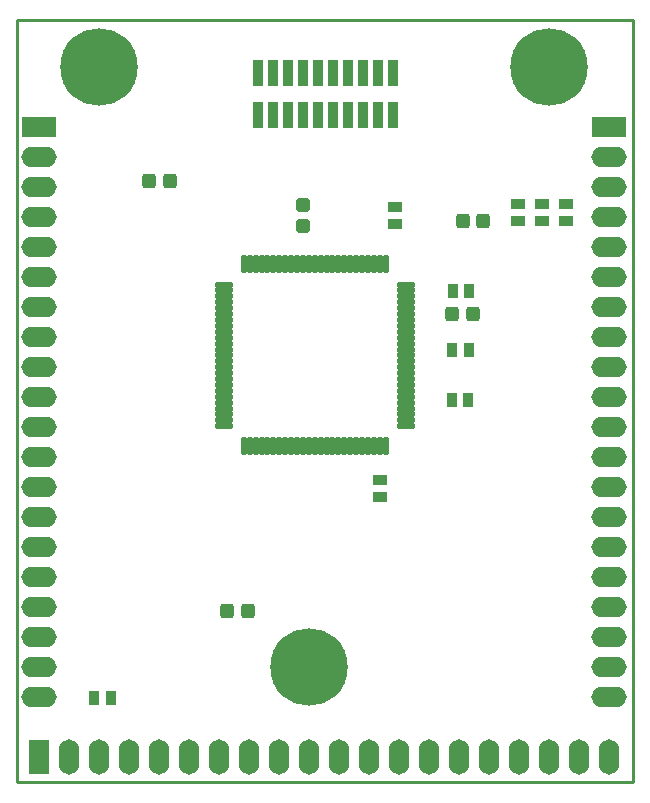
<source format=gts>
G04*
G04 #@! TF.GenerationSoftware,Altium Limited,Altium Designer,18.1.9 (240)*
G04*
G04 Layer_Color=8388736*
%FSLAX25Y25*%
%MOIN*%
G70*
G01*
G75*
%ADD15C,0.01000*%
%ADD23R,0.03753X0.04540*%
G04:AMPARAMS|DCode=24|XSize=47.37mil|YSize=43.43mil|CornerRadius=8.43mil|HoleSize=0mil|Usage=FLASHONLY|Rotation=270.000|XOffset=0mil|YOffset=0mil|HoleType=Round|Shape=RoundedRectangle|*
%AMROUNDEDRECTD24*
21,1,0.04737,0.02657,0,0,270.0*
21,1,0.03051,0.04343,0,0,270.0*
1,1,0.01686,-0.01329,-0.01526*
1,1,0.01686,-0.01329,0.01526*
1,1,0.01686,0.01329,0.01526*
1,1,0.01686,0.01329,-0.01526*
%
%ADD24ROUNDEDRECTD24*%
%ADD25O,0.01981X0.06312*%
%ADD26O,0.06312X0.01981*%
G04:AMPARAMS|DCode=27|XSize=47.37mil|YSize=43.43mil|CornerRadius=8.43mil|HoleSize=0mil|Usage=FLASHONLY|Rotation=0.000|XOffset=0mil|YOffset=0mil|HoleType=Round|Shape=RoundedRectangle|*
%AMROUNDEDRECTD27*
21,1,0.04737,0.02657,0,0,0.0*
21,1,0.03051,0.04343,0,0,0.0*
1,1,0.01686,0.01526,-0.01329*
1,1,0.01686,-0.01526,-0.01329*
1,1,0.01686,-0.01526,0.01329*
1,1,0.01686,0.01526,0.01329*
%
%ADD27ROUNDEDRECTD27*%
%ADD28R,0.04540X0.03753*%
%ADD29R,0.03792X0.08871*%
%ADD30C,0.25800*%
%ADD31O,0.11800X0.06800*%
%ADD32R,0.11800X0.06800*%
%ADD33O,0.06800X0.11800*%
%ADD34R,0.06800X0.11800*%
D15*
X320000Y146500D02*
X525500D01*
Y400500D01*
X320000D02*
X525500D01*
X320000Y146500D02*
Y400500D01*
D23*
X351256Y174500D02*
D03*
X345744D02*
D03*
X470500Y274000D02*
D03*
X464988D02*
D03*
X470756Y310248D02*
D03*
X465244D02*
D03*
X470653Y290500D02*
D03*
X465142D02*
D03*
D24*
X396847Y203500D02*
D03*
X390154D02*
D03*
X468653Y333500D02*
D03*
X475347D02*
D03*
X465154Y302500D02*
D03*
X471846D02*
D03*
X370847Y347000D02*
D03*
X364154D02*
D03*
D25*
X442870Y258500D02*
D03*
X440902D02*
D03*
X438933D02*
D03*
X436965D02*
D03*
X434996D02*
D03*
X433028D02*
D03*
X431059D02*
D03*
X429090D02*
D03*
X427122D02*
D03*
X425153D02*
D03*
X423185D02*
D03*
X421216D02*
D03*
X419248D02*
D03*
X417279D02*
D03*
X415311D02*
D03*
X413343D02*
D03*
X411374D02*
D03*
X409406D02*
D03*
X407437D02*
D03*
X405469D02*
D03*
X403500D02*
D03*
X401532D02*
D03*
X399563D02*
D03*
X397594D02*
D03*
X395626D02*
D03*
Y319130D02*
D03*
X397594D02*
D03*
X399563D02*
D03*
X401532D02*
D03*
X403500D02*
D03*
X405469D02*
D03*
X407437D02*
D03*
X409406D02*
D03*
X411374D02*
D03*
X413343D02*
D03*
X415311D02*
D03*
X417279D02*
D03*
X419248D02*
D03*
X421216D02*
D03*
X423185D02*
D03*
X425153D02*
D03*
X427122D02*
D03*
X429090D02*
D03*
X431059D02*
D03*
X433028D02*
D03*
X434996D02*
D03*
X436965D02*
D03*
X438933D02*
D03*
X440902D02*
D03*
X442870D02*
D03*
D26*
X388933Y265193D02*
D03*
Y267161D02*
D03*
Y269130D02*
D03*
Y271098D02*
D03*
Y273067D02*
D03*
Y275035D02*
D03*
Y277004D02*
D03*
Y278972D02*
D03*
Y280941D02*
D03*
Y282909D02*
D03*
Y284878D02*
D03*
Y286846D02*
D03*
Y288815D02*
D03*
Y290784D02*
D03*
Y292752D02*
D03*
Y294721D02*
D03*
Y296689D02*
D03*
Y298657D02*
D03*
Y300626D02*
D03*
Y302594D02*
D03*
Y304563D02*
D03*
Y306532D02*
D03*
Y308500D02*
D03*
Y310469D02*
D03*
Y312437D02*
D03*
X449563D02*
D03*
Y310469D02*
D03*
Y308500D02*
D03*
Y306532D02*
D03*
Y304563D02*
D03*
Y302594D02*
D03*
Y300626D02*
D03*
Y298657D02*
D03*
Y296689D02*
D03*
Y294721D02*
D03*
Y292752D02*
D03*
Y290784D02*
D03*
Y288815D02*
D03*
Y286846D02*
D03*
Y284878D02*
D03*
Y282909D02*
D03*
Y280941D02*
D03*
Y278972D02*
D03*
Y277004D02*
D03*
Y275035D02*
D03*
Y273067D02*
D03*
Y271098D02*
D03*
Y269130D02*
D03*
Y267161D02*
D03*
Y265193D02*
D03*
D27*
X415311Y338815D02*
D03*
Y332122D02*
D03*
D28*
X446000Y332744D02*
D03*
Y338256D02*
D03*
X503000Y333744D02*
D03*
Y339256D02*
D03*
X495000Y333744D02*
D03*
Y339256D02*
D03*
X487000Y333744D02*
D03*
Y339256D02*
D03*
X440902Y247256D02*
D03*
Y241744D02*
D03*
D29*
X400311Y369024D02*
D03*
X405311D02*
D03*
X410311D02*
D03*
X415311D02*
D03*
X420311D02*
D03*
X400311Y383000D02*
D03*
X405311D02*
D03*
X410311D02*
D03*
X415311D02*
D03*
X420311D02*
D03*
X445311D02*
D03*
Y369024D02*
D03*
X440311Y383000D02*
D03*
Y369024D02*
D03*
X435311Y383000D02*
D03*
Y369024D02*
D03*
X430311Y383000D02*
D03*
Y369024D02*
D03*
X425311Y383000D02*
D03*
Y369024D02*
D03*
D30*
X497500Y385000D02*
D03*
X347500D02*
D03*
X417500Y185000D02*
D03*
D31*
X517500Y175000D02*
D03*
Y185000D02*
D03*
Y195000D02*
D03*
Y205000D02*
D03*
Y215000D02*
D03*
Y225000D02*
D03*
Y235000D02*
D03*
Y245000D02*
D03*
Y255000D02*
D03*
Y265000D02*
D03*
Y275000D02*
D03*
Y285000D02*
D03*
Y295000D02*
D03*
Y305000D02*
D03*
Y315000D02*
D03*
Y325000D02*
D03*
Y335000D02*
D03*
Y345000D02*
D03*
Y355000D02*
D03*
X327500Y175000D02*
D03*
Y185000D02*
D03*
Y195000D02*
D03*
Y205000D02*
D03*
Y215000D02*
D03*
Y225000D02*
D03*
Y235000D02*
D03*
Y245000D02*
D03*
Y255000D02*
D03*
Y265000D02*
D03*
Y275000D02*
D03*
Y285000D02*
D03*
Y295000D02*
D03*
Y305000D02*
D03*
Y315000D02*
D03*
Y325000D02*
D03*
Y335000D02*
D03*
Y345000D02*
D03*
Y355000D02*
D03*
D32*
X517500Y365000D02*
D03*
X327500D02*
D03*
D33*
X517500Y155000D02*
D03*
X507500D02*
D03*
X497500D02*
D03*
X487500D02*
D03*
X477500D02*
D03*
X467500D02*
D03*
X457500D02*
D03*
X447500D02*
D03*
X437500D02*
D03*
X427500D02*
D03*
X417500D02*
D03*
X407500D02*
D03*
X397500D02*
D03*
X387500D02*
D03*
X377500D02*
D03*
X367500D02*
D03*
X357500D02*
D03*
X347500D02*
D03*
X337500D02*
D03*
D34*
X327500D02*
D03*
M02*

</source>
